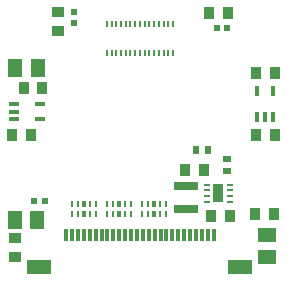
<source format=gtp>
G04*
G04 #@! TF.GenerationSoftware,Altium Limited,Altium Designer,20.0.13 (296)*
G04*
G04 Layer_Color=8421504*
%FSLAX44Y44*%
%MOMM*%
G71*
G01*
G75*
%ADD13R,0.2200X0.5000*%
G04:AMPARAMS|DCode=14|XSize=0.2mm|YSize=0.565mm|CornerRadius=0.05mm|HoleSize=0mm|Usage=FLASHONLY|Rotation=0.000|XOffset=0mm|YOffset=0mm|HoleType=Round|Shape=RoundedRectangle|*
%AMROUNDEDRECTD14*
21,1,0.2000,0.4650,0,0,0.0*
21,1,0.1000,0.5650,0,0,0.0*
1,1,0.1000,0.0500,-0.2325*
1,1,0.1000,-0.0500,-0.2325*
1,1,0.1000,-0.0500,0.2325*
1,1,0.1000,0.0500,0.2325*
%
%ADD14ROUNDEDRECTD14*%
G04:AMPARAMS|DCode=15|XSize=0.4mm|YSize=0.565mm|CornerRadius=0.05mm|HoleSize=0mm|Usage=FLASHONLY|Rotation=0.000|XOffset=0mm|YOffset=0mm|HoleType=Round|Shape=RoundedRectangle|*
%AMROUNDEDRECTD15*
21,1,0.4000,0.4650,0,0,0.0*
21,1,0.3000,0.5650,0,0,0.0*
1,1,0.1000,0.1500,-0.2325*
1,1,0.1000,-0.1500,-0.2325*
1,1,0.1000,-0.1500,0.2325*
1,1,0.1000,0.1500,0.2325*
%
%ADD15ROUNDEDRECTD15*%
%ADD16R,2.0000X1.3000*%
%ADD17R,0.3000X1.0000*%
%ADD18R,0.3500X0.8500*%
%ADD19R,0.8500X0.3500*%
%ADD20R,0.5000X0.2800*%
%ADD21R,0.9000X1.6000*%
%ADD22R,0.9000X1.0000*%
%ADD23R,0.5500X0.6500*%
%ADD24R,2.0000X0.8000*%
%ADD25R,0.6200X0.6200*%
%ADD26R,1.3000X1.5000*%
%ADD27R,0.6500X0.5500*%
%ADD28R,1.5000X1.3000*%
%ADD29R,1.0000X0.9000*%
%ADD30R,0.6200X0.6200*%
D13*
X28000Y99700D02*
D03*
X24000D02*
D03*
X20000D02*
D03*
X16000D02*
D03*
X4000D02*
D03*
X0D02*
D03*
X-4000D02*
D03*
X-8000D02*
D03*
X-12000D02*
D03*
X-16000D02*
D03*
X-20000D02*
D03*
X-24000D02*
D03*
X-28000D02*
D03*
Y75700D02*
D03*
X-24000D02*
D03*
X-20000D02*
D03*
X-16000D02*
D03*
X-12000D02*
D03*
X-8000D02*
D03*
X-4000D02*
D03*
X0D02*
D03*
X4000D02*
D03*
X8000D02*
D03*
X12000D02*
D03*
X16000D02*
D03*
X20000D02*
D03*
X24000D02*
D03*
X28000D02*
D03*
X12000Y99700D02*
D03*
X8000D02*
D03*
D14*
X2001Y-52328D02*
D03*
X7001D02*
D03*
X17001D02*
D03*
X22001D02*
D03*
Y-60678D02*
D03*
X17001D02*
D03*
X7001D02*
D03*
X2001D02*
D03*
X-27500Y-52328D02*
D03*
X-22500D02*
D03*
X-12500D02*
D03*
X-7500D02*
D03*
Y-60678D02*
D03*
X-12500D02*
D03*
X-22500D02*
D03*
X-27500D02*
D03*
X-57500Y-52328D02*
D03*
X-52500D02*
D03*
X-42500D02*
D03*
X-37500D02*
D03*
Y-60678D02*
D03*
X-42500D02*
D03*
X-52500D02*
D03*
X-57500D02*
D03*
D15*
X12001Y-52328D02*
D03*
Y-60678D02*
D03*
X-17500Y-52328D02*
D03*
Y-60678D02*
D03*
X-47500Y-52328D02*
D03*
Y-60678D02*
D03*
D16*
X-85500Y-105500D02*
D03*
X85074D02*
D03*
D17*
X62500Y-78500D02*
D03*
X42500D02*
D03*
X22500D02*
D03*
X2500D02*
D03*
X-2500D02*
D03*
X-22500D02*
D03*
X-42500D02*
D03*
X-62500D02*
D03*
X52500D02*
D03*
X57500D02*
D03*
X47500D02*
D03*
X32500D02*
D03*
X37500D02*
D03*
X27500D02*
D03*
X12500D02*
D03*
X17500D02*
D03*
X7500D02*
D03*
X-7500D02*
D03*
X-12500D02*
D03*
X-17500D02*
D03*
X-32500D02*
D03*
X-27500D02*
D03*
X-37500D02*
D03*
X-52500D02*
D03*
X-47500D02*
D03*
X-57500D02*
D03*
D18*
X112320Y42849D02*
D03*
Y20849D02*
D03*
X99320Y42849D02*
D03*
Y20849D02*
D03*
X105820D02*
D03*
D19*
X-106504Y25726D02*
D03*
Y32226D02*
D03*
X-84504D02*
D03*
X-106504Y19225D02*
D03*
X-84504D02*
D03*
D20*
X57000Y-36000D02*
D03*
Y-41000D02*
D03*
Y-46000D02*
D03*
Y-51000D02*
D03*
X76000Y-36000D02*
D03*
Y-41000D02*
D03*
Y-46000D02*
D03*
Y-51000D02*
D03*
D21*
X66500Y-43500D02*
D03*
D22*
X113500Y-61250D02*
D03*
X97500D02*
D03*
X38000Y-23500D02*
D03*
X54000D02*
D03*
X60154Y-62524D02*
D03*
X76154D02*
D03*
X98250Y58154D02*
D03*
X114250D02*
D03*
X98250Y5654D02*
D03*
X114250D02*
D03*
X-82504Y45725D02*
D03*
X-98504D02*
D03*
X58362Y109060D02*
D03*
X74362D02*
D03*
X-108160Y5997D02*
D03*
X-92160D02*
D03*
D23*
X47367Y-6428D02*
D03*
X57367D02*
D03*
D24*
X39000Y-37000D02*
D03*
Y-57000D02*
D03*
D25*
X65164Y96360D02*
D03*
X74164D02*
D03*
X-89500Y-50000D02*
D03*
X-80500D02*
D03*
D26*
X-87000Y-66000D02*
D03*
X-106000D02*
D03*
X-86596Y62484D02*
D03*
X-105596D02*
D03*
D27*
X73406Y-14121D02*
D03*
Y-24121D02*
D03*
D28*
X107250Y-97750D02*
D03*
Y-78750D02*
D03*
D29*
X-106000Y-81500D02*
D03*
Y-97500D02*
D03*
X-68974Y93961D02*
D03*
Y109961D02*
D03*
D30*
X-56020Y100866D02*
D03*
Y109866D02*
D03*
M02*

</source>
